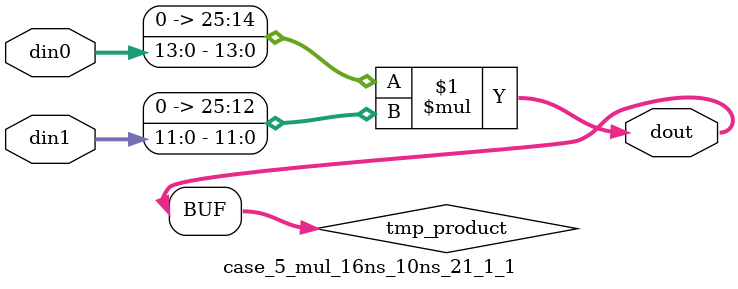
<source format=v>

`timescale 1 ns / 1 ps

 (* use_dsp = "no" *)  module case_5_mul_16ns_10ns_21_1_1(din0, din1, dout);
parameter ID = 1;
parameter NUM_STAGE = 0;
parameter din0_WIDTH = 14;
parameter din1_WIDTH = 12;
parameter dout_WIDTH = 26;

input [din0_WIDTH - 1 : 0] din0; 
input [din1_WIDTH - 1 : 0] din1; 
output [dout_WIDTH - 1 : 0] dout;

wire signed [dout_WIDTH - 1 : 0] tmp_product;
























assign tmp_product = $signed({1'b0, din0}) * $signed({1'b0, din1});











assign dout = tmp_product;





















endmodule

</source>
